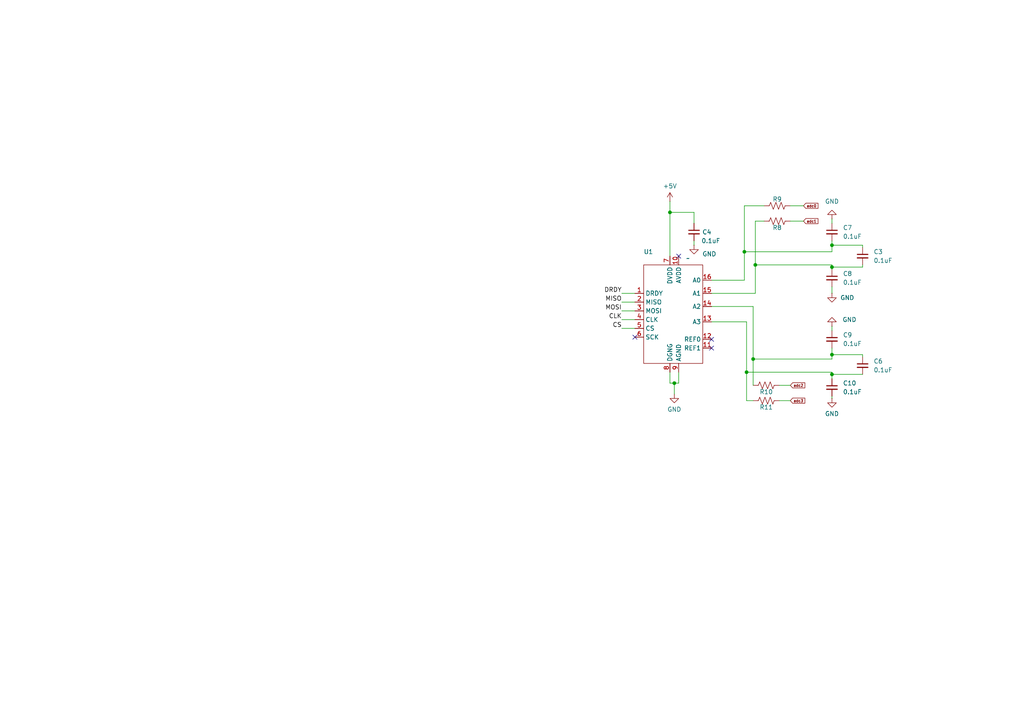
<source format=kicad_sch>
(kicad_sch
	(version 20250114)
	(generator "eeschema")
	(generator_version "9.0")
	(uuid "eece4700-2aac-44e3-8cf2-6cd95fdd8c66")
	(paper "A4")
	(lib_symbols
		(symbol "ADS1220_module_1"
			(exclude_from_sim no)
			(in_bom yes)
			(on_board yes)
			(property "Reference" "U"
				(at -6.985 19.05 0)
				(effects
					(font
						(size 1.27 1.27)
					)
				)
			)
			(property "Value" ""
				(at 0 0 0)
				(effects
					(font
						(size 1.27 1.27)
					)
				)
			)
			(property "Footprint" "JuanDavid_Library:ADS1220_MODULE"
				(at -0.635 -17.145 0)
				(effects
					(font
						(size 1.27 1.27)
					)
					(hide yes)
				)
			)
			(property "Datasheet" ""
				(at 0 0 0)
				(effects
					(font
						(size 1.27 1.27)
					)
					(hide yes)
				)
			)
			(property "Description" ""
				(at 0 0 0)
				(effects
					(font
						(size 1.27 1.27)
					)
					(hide yes)
				)
			)
			(symbol "ADS1220_module_1_0_1"
				(rectangle
					(start -8.255 17.145)
					(end 8.89 -11.43)
					(stroke
						(width 0)
						(type default)
					)
					(fill
						(type none)
					)
				)
			)
			(symbol "ADS1220_module_1_1_1"
				(pin input line
					(at -10.795 8.89 0)
					(length 2.54)
					(name "DRDY"
						(effects
							(font
								(size 1.27 1.27)
							)
						)
					)
					(number "1"
						(effects
							(font
								(size 1.27 1.27)
							)
						)
					)
				)
				(pin input line
					(at -10.795 6.35 0)
					(length 2.54)
					(name "MISO"
						(effects
							(font
								(size 1.27 1.27)
							)
						)
					)
					(number "2"
						(effects
							(font
								(size 1.27 1.27)
							)
						)
					)
				)
				(pin input line
					(at -10.795 3.81 0)
					(length 2.54)
					(name "MOSI"
						(effects
							(font
								(size 1.27 1.27)
							)
						)
					)
					(number "3"
						(effects
							(font
								(size 1.27 1.27)
							)
						)
					)
				)
				(pin input line
					(at -10.795 1.27 0)
					(length 2.54)
					(name "CLK"
						(effects
							(font
								(size 1.27 1.27)
							)
						)
					)
					(number "4"
						(effects
							(font
								(size 1.27 1.27)
							)
						)
					)
				)
				(pin input line
					(at -10.795 -1.27 0)
					(length 2.54)
					(name "CS"
						(effects
							(font
								(size 1.27 1.27)
							)
						)
					)
					(number "5"
						(effects
							(font
								(size 1.27 1.27)
							)
						)
					)
				)
				(pin input line
					(at -10.795 -3.81 0)
					(length 2.54)
					(name "SCK"
						(effects
							(font
								(size 1.27 1.27)
							)
						)
					)
					(number "6"
						(effects
							(font
								(size 1.27 1.27)
							)
						)
					)
				)
				(pin input line
					(at -0.635 19.685 270)
					(length 2.54)
					(name "DVDD"
						(effects
							(font
								(size 1.27 1.27)
							)
						)
					)
					(number "7"
						(effects
							(font
								(size 1.27 1.27)
							)
						)
					)
				)
				(pin input line
					(at -0.635 -13.97 90)
					(length 2.54)
					(name "DGNG"
						(effects
							(font
								(size 1.27 1.27)
							)
						)
					)
					(number "8"
						(effects
							(font
								(size 1.27 1.27)
							)
						)
					)
				)
				(pin input line
					(at 1.905 19.685 270)
					(length 2.54)
					(name "AVDD"
						(effects
							(font
								(size 1.27 1.27)
							)
						)
					)
					(number "10"
						(effects
							(font
								(size 1.27 1.27)
							)
						)
					)
				)
				(pin input line
					(at 1.905 -13.97 90)
					(length 2.54)
					(name "AGND"
						(effects
							(font
								(size 1.27 1.27)
							)
						)
					)
					(number "9"
						(effects
							(font
								(size 1.27 1.27)
							)
						)
					)
				)
				(pin input line
					(at 11.43 12.7 180)
					(length 2.54)
					(name "A0"
						(effects
							(font
								(size 1.27 1.27)
							)
						)
					)
					(number "16"
						(effects
							(font
								(size 1.27 1.27)
							)
						)
					)
				)
				(pin input line
					(at 11.43 8.89 180)
					(length 2.54)
					(name "A1"
						(effects
							(font
								(size 1.27 1.27)
							)
						)
					)
					(number "15"
						(effects
							(font
								(size 1.27 1.27)
							)
						)
					)
				)
				(pin input line
					(at 11.43 5.08 180)
					(length 2.54)
					(name "A2"
						(effects
							(font
								(size 1.27 1.27)
							)
						)
					)
					(number "14"
						(effects
							(font
								(size 1.27 1.27)
							)
						)
					)
				)
				(pin input line
					(at 11.43 0.635 180)
					(length 2.54)
					(name "A3"
						(effects
							(font
								(size 1.27 1.27)
							)
						)
					)
					(number "13"
						(effects
							(font
								(size 1.27 1.27)
							)
						)
					)
				)
				(pin input line
					(at 11.43 -4.445 180)
					(length 2.54)
					(name "REF0"
						(effects
							(font
								(size 1.27 1.27)
							)
						)
					)
					(number "12"
						(effects
							(font
								(size 1.27 1.27)
							)
						)
					)
				)
				(pin input line
					(at 11.43 -6.985 180)
					(length 2.54)
					(name "REF1"
						(effects
							(font
								(size 1.27 1.27)
							)
						)
					)
					(number "11"
						(effects
							(font
								(size 1.27 1.27)
							)
						)
					)
				)
			)
			(embedded_fonts no)
		)
		(symbol "Device:C_Small"
			(pin_numbers
				(hide yes)
			)
			(pin_names
				(offset 0.254)
				(hide yes)
			)
			(exclude_from_sim no)
			(in_bom yes)
			(on_board yes)
			(property "Reference" "C"
				(at 0.254 1.778 0)
				(effects
					(font
						(size 1.27 1.27)
					)
					(justify left)
				)
			)
			(property "Value" "C_Small"
				(at 0.254 -2.032 0)
				(effects
					(font
						(size 1.27 1.27)
					)
					(justify left)
				)
			)
			(property "Footprint" ""
				(at 0 0 0)
				(effects
					(font
						(size 1.27 1.27)
					)
					(hide yes)
				)
			)
			(property "Datasheet" "~"
				(at 0 0 0)
				(effects
					(font
						(size 1.27 1.27)
					)
					(hide yes)
				)
			)
			(property "Description" "Unpolarized capacitor, small symbol"
				(at 0 0 0)
				(effects
					(font
						(size 1.27 1.27)
					)
					(hide yes)
				)
			)
			(property "ki_keywords" "capacitor cap"
				(at 0 0 0)
				(effects
					(font
						(size 1.27 1.27)
					)
					(hide yes)
				)
			)
			(property "ki_fp_filters" "C_*"
				(at 0 0 0)
				(effects
					(font
						(size 1.27 1.27)
					)
					(hide yes)
				)
			)
			(symbol "C_Small_0_1"
				(polyline
					(pts
						(xy -1.524 0.508) (xy 1.524 0.508)
					)
					(stroke
						(width 0.3048)
						(type default)
					)
					(fill
						(type none)
					)
				)
				(polyline
					(pts
						(xy -1.524 -0.508) (xy 1.524 -0.508)
					)
					(stroke
						(width 0.3302)
						(type default)
					)
					(fill
						(type none)
					)
				)
			)
			(symbol "C_Small_1_1"
				(pin passive line
					(at 0 2.54 270)
					(length 2.032)
					(name "~"
						(effects
							(font
								(size 1.27 1.27)
							)
						)
					)
					(number "1"
						(effects
							(font
								(size 1.27 1.27)
							)
						)
					)
				)
				(pin passive line
					(at 0 -2.54 90)
					(length 2.032)
					(name "~"
						(effects
							(font
								(size 1.27 1.27)
							)
						)
					)
					(number "2"
						(effects
							(font
								(size 1.27 1.27)
							)
						)
					)
				)
			)
			(embedded_fonts no)
		)
		(symbol "Device:R_US"
			(pin_numbers
				(hide yes)
			)
			(pin_names
				(offset 0)
			)
			(exclude_from_sim no)
			(in_bom yes)
			(on_board yes)
			(property "Reference" "R"
				(at 2.54 0 90)
				(effects
					(font
						(size 1.27 1.27)
					)
				)
			)
			(property "Value" "R_US"
				(at -2.54 0 90)
				(effects
					(font
						(size 1.27 1.27)
					)
				)
			)
			(property "Footprint" ""
				(at 1.016 -0.254 90)
				(effects
					(font
						(size 1.27 1.27)
					)
					(hide yes)
				)
			)
			(property "Datasheet" "~"
				(at 0 0 0)
				(effects
					(font
						(size 1.27 1.27)
					)
					(hide yes)
				)
			)
			(property "Description" "Resistor, US symbol"
				(at 0 0 0)
				(effects
					(font
						(size 1.27 1.27)
					)
					(hide yes)
				)
			)
			(property "ki_keywords" "R res resistor"
				(at 0 0 0)
				(effects
					(font
						(size 1.27 1.27)
					)
					(hide yes)
				)
			)
			(property "ki_fp_filters" "R_*"
				(at 0 0 0)
				(effects
					(font
						(size 1.27 1.27)
					)
					(hide yes)
				)
			)
			(symbol "R_US_0_1"
				(polyline
					(pts
						(xy 0 2.286) (xy 0 2.54)
					)
					(stroke
						(width 0)
						(type default)
					)
					(fill
						(type none)
					)
				)
				(polyline
					(pts
						(xy 0 2.286) (xy 1.016 1.905) (xy 0 1.524) (xy -1.016 1.143) (xy 0 0.762)
					)
					(stroke
						(width 0)
						(type default)
					)
					(fill
						(type none)
					)
				)
				(polyline
					(pts
						(xy 0 0.762) (xy 1.016 0.381) (xy 0 0) (xy -1.016 -0.381) (xy 0 -0.762)
					)
					(stroke
						(width 0)
						(type default)
					)
					(fill
						(type none)
					)
				)
				(polyline
					(pts
						(xy 0 -0.762) (xy 1.016 -1.143) (xy 0 -1.524) (xy -1.016 -1.905) (xy 0 -2.286)
					)
					(stroke
						(width 0)
						(type default)
					)
					(fill
						(type none)
					)
				)
				(polyline
					(pts
						(xy 0 -2.286) (xy 0 -2.54)
					)
					(stroke
						(width 0)
						(type default)
					)
					(fill
						(type none)
					)
				)
			)
			(symbol "R_US_1_1"
				(pin passive line
					(at 0 3.81 270)
					(length 1.27)
					(name "~"
						(effects
							(font
								(size 1.27 1.27)
							)
						)
					)
					(number "1"
						(effects
							(font
								(size 1.27 1.27)
							)
						)
					)
				)
				(pin passive line
					(at 0 -3.81 90)
					(length 1.27)
					(name "~"
						(effects
							(font
								(size 1.27 1.27)
							)
						)
					)
					(number "2"
						(effects
							(font
								(size 1.27 1.27)
							)
						)
					)
				)
			)
			(embedded_fonts no)
		)
		(symbol "power:+5V"
			(power)
			(pin_numbers
				(hide yes)
			)
			(pin_names
				(offset 0)
				(hide yes)
			)
			(exclude_from_sim no)
			(in_bom yes)
			(on_board yes)
			(property "Reference" "#PWR"
				(at 0 -3.81 0)
				(effects
					(font
						(size 1.27 1.27)
					)
					(hide yes)
				)
			)
			(property "Value" "+5V"
				(at 0 3.556 0)
				(effects
					(font
						(size 1.27 1.27)
					)
				)
			)
			(property "Footprint" ""
				(at 0 0 0)
				(effects
					(font
						(size 1.27 1.27)
					)
					(hide yes)
				)
			)
			(property "Datasheet" ""
				(at 0 0 0)
				(effects
					(font
						(size 1.27 1.27)
					)
					(hide yes)
				)
			)
			(property "Description" "Power symbol creates a global label with name \"+5V\""
				(at 0 0 0)
				(effects
					(font
						(size 1.27 1.27)
					)
					(hide yes)
				)
			)
			(property "ki_keywords" "global power"
				(at 0 0 0)
				(effects
					(font
						(size 1.27 1.27)
					)
					(hide yes)
				)
			)
			(symbol "+5V_0_1"
				(polyline
					(pts
						(xy -0.762 1.27) (xy 0 2.54)
					)
					(stroke
						(width 0)
						(type default)
					)
					(fill
						(type none)
					)
				)
				(polyline
					(pts
						(xy 0 2.54) (xy 0.762 1.27)
					)
					(stroke
						(width 0)
						(type default)
					)
					(fill
						(type none)
					)
				)
				(polyline
					(pts
						(xy 0 0) (xy 0 2.54)
					)
					(stroke
						(width 0)
						(type default)
					)
					(fill
						(type none)
					)
				)
			)
			(symbol "+5V_1_1"
				(pin power_in line
					(at 0 0 90)
					(length 0)
					(name "~"
						(effects
							(font
								(size 1.27 1.27)
							)
						)
					)
					(number "1"
						(effects
							(font
								(size 1.27 1.27)
							)
						)
					)
				)
			)
			(embedded_fonts no)
		)
		(symbol "power:GND"
			(power)
			(pin_numbers
				(hide yes)
			)
			(pin_names
				(offset 0)
				(hide yes)
			)
			(exclude_from_sim no)
			(in_bom yes)
			(on_board yes)
			(property "Reference" "#PWR"
				(at 0 -6.35 0)
				(effects
					(font
						(size 1.27 1.27)
					)
					(hide yes)
				)
			)
			(property "Value" "GND"
				(at 0 -3.81 0)
				(effects
					(font
						(size 1.27 1.27)
					)
				)
			)
			(property "Footprint" ""
				(at 0 0 0)
				(effects
					(font
						(size 1.27 1.27)
					)
					(hide yes)
				)
			)
			(property "Datasheet" ""
				(at 0 0 0)
				(effects
					(font
						(size 1.27 1.27)
					)
					(hide yes)
				)
			)
			(property "Description" "Power symbol creates a global label with name \"GND\" , ground"
				(at 0 0 0)
				(effects
					(font
						(size 1.27 1.27)
					)
					(hide yes)
				)
			)
			(property "ki_keywords" "global power"
				(at 0 0 0)
				(effects
					(font
						(size 1.27 1.27)
					)
					(hide yes)
				)
			)
			(symbol "GND_0_1"
				(polyline
					(pts
						(xy 0 0) (xy 0 -1.27) (xy 1.27 -1.27) (xy 0 -2.54) (xy -1.27 -1.27) (xy 0 -1.27)
					)
					(stroke
						(width 0)
						(type default)
					)
					(fill
						(type none)
					)
				)
			)
			(symbol "GND_1_1"
				(pin power_in line
					(at 0 0 270)
					(length 0)
					(name "~"
						(effects
							(font
								(size 1.27 1.27)
							)
						)
					)
					(number "1"
						(effects
							(font
								(size 1.27 1.27)
							)
						)
					)
				)
			)
			(embedded_fonts no)
		)
	)
	(junction
		(at 219.075 76.835)
		(diameter 0)
		(color 0 0 0 0)
		(uuid "2cf66b97-94e5-431c-92f5-36ec39d0bc92")
	)
	(junction
		(at 241.3 102.87)
		(diameter 0)
		(color 0 0 0 0)
		(uuid "61b9ddd3-b625-4ac5-9c22-834cfe9cbe5d")
	)
	(junction
		(at 194.31 61.595)
		(diameter 0)
		(color 0 0 0 0)
		(uuid "75c5d761-216b-4a2a-aeaf-f3c40c794df5")
	)
	(junction
		(at 241.3 108.585)
		(diameter 0)
		(color 0 0 0 0)
		(uuid "8db5dab7-1365-4f9e-b6c9-0464f79b950a")
	)
	(junction
		(at 241.3 77.47)
		(diameter 0)
		(color 0 0 0 0)
		(uuid "a69ec5e6-4b80-41e9-b291-a35522432099")
	)
	(junction
		(at 195.58 111.125)
		(diameter 0)
		(color 0 0 0 0)
		(uuid "a6beac2b-4677-4046-b387-d07e1a388107")
	)
	(junction
		(at 218.44 104.14)
		(diameter 0)
		(color 0 0 0 0)
		(uuid "cc16b827-f3f9-4861-ae81-7ded6b437c9e")
	)
	(junction
		(at 216.535 107.95)
		(diameter 0)
		(color 0 0 0 0)
		(uuid "ec2dd60a-e0b3-4e3c-827d-fdefad14db71")
	)
	(junction
		(at 241.3 71.12)
		(diameter 0)
		(color 0 0 0 0)
		(uuid "ee39c55f-e256-424a-8115-12b05c62efae")
	)
	(junction
		(at 215.9 73.025)
		(diameter 0)
		(color 0 0 0 0)
		(uuid "fdeabce2-85ca-4cbf-97a6-77906d598846")
	)
	(no_connect
		(at 206.375 98.425)
		(uuid "ae505a84-ac27-4e31-a546-69ff6ab5b54d")
	)
	(no_connect
		(at 196.85 74.295)
		(uuid "bbccedab-6475-494e-ae53-3b72ff4fbd38")
	)
	(no_connect
		(at 184.15 97.79)
		(uuid "bf36a800-8f53-407b-a885-babe33ef49d9")
	)
	(no_connect
		(at 206.375 100.965)
		(uuid "f329a991-1781-4fd4-ae34-f991bc6d6839")
	)
	(wire
		(pts
			(xy 215.9 81.28) (xy 215.9 73.025)
		)
		(stroke
			(width 0)
			(type default)
		)
		(uuid "015aa5ff-00a5-4ee0-a9f3-3b2cb3321c0d")
	)
	(wire
		(pts
			(xy 241.3 64.77) (xy 241.3 63.5)
		)
		(stroke
			(width 0)
			(type default)
		)
		(uuid "0319fa10-b1fb-4e6d-9e30-8e757536c36c")
	)
	(wire
		(pts
			(xy 219.075 76.835) (xy 241.3 76.835)
		)
		(stroke
			(width 0)
			(type default)
		)
		(uuid "046ef89a-3dd8-40e4-9b8e-d09ff0aa5e45")
	)
	(wire
		(pts
			(xy 241.3 71.12) (xy 241.3 69.85)
		)
		(stroke
			(width 0)
			(type default)
		)
		(uuid "10ba3a30-8375-4b63-b782-430c17cdaaa2")
	)
	(wire
		(pts
			(xy 194.31 58.42) (xy 194.31 61.595)
		)
		(stroke
			(width 0)
			(type default)
		)
		(uuid "1294601c-8eb9-49f6-bf2e-342a01422e74")
	)
	(wire
		(pts
			(xy 250.19 77.47) (xy 250.19 76.835)
		)
		(stroke
			(width 0)
			(type default)
		)
		(uuid "16aaf5ea-e6d7-44b9-a40b-bc0333a152b1")
	)
	(wire
		(pts
			(xy 241.3 115.57) (xy 241.3 114.935)
		)
		(stroke
			(width 0)
			(type default)
		)
		(uuid "1958ccb2-5e72-48f2-96f8-1ee7f0e9e99b")
	)
	(wire
		(pts
			(xy 195.58 111.125) (xy 195.58 114.3)
		)
		(stroke
			(width 0)
			(type default)
		)
		(uuid "221e41d7-a155-4e8c-b2f4-020e3687997c")
	)
	(wire
		(pts
			(xy 196.85 111.125) (xy 195.58 111.125)
		)
		(stroke
			(width 0)
			(type default)
		)
		(uuid "2da7ddaf-6b1e-4ff1-bbe2-8aa589513708")
	)
	(wire
		(pts
			(xy 206.375 81.28) (xy 215.9 81.28)
		)
		(stroke
			(width 0)
			(type default)
		)
		(uuid "30c3c278-3f22-47af-86d0-239beb5d8e6e")
	)
	(wire
		(pts
			(xy 194.31 61.595) (xy 194.31 74.295)
		)
		(stroke
			(width 0)
			(type default)
		)
		(uuid "3292b1ef-eba2-440a-8053-1a9e94836aa7")
	)
	(wire
		(pts
			(xy 219.075 76.835) (xy 219.075 64.135)
		)
		(stroke
			(width 0)
			(type default)
		)
		(uuid "3512228a-9848-4265-9ac1-f53a894fdef3")
	)
	(wire
		(pts
			(xy 216.535 116.205) (xy 218.44 116.205)
		)
		(stroke
			(width 0)
			(type default)
		)
		(uuid "36736fe7-0a08-4e93-956f-0ff5fb42525b")
	)
	(wire
		(pts
			(xy 226.06 111.76) (xy 229.235 111.76)
		)
		(stroke
			(width 0)
			(type default)
		)
		(uuid "3738b43b-9dc7-455d-8a44-edebd8514527")
	)
	(wire
		(pts
			(xy 219.075 64.135) (xy 221.615 64.135)
		)
		(stroke
			(width 0)
			(type default)
		)
		(uuid "387d83e2-0500-4ee4-803f-45238c716863")
	)
	(wire
		(pts
			(xy 201.295 61.595) (xy 201.295 64.77)
		)
		(stroke
			(width 0)
			(type default)
		)
		(uuid "3ab5bce7-2805-4eb3-bb57-7eccb0d86be6")
	)
	(wire
		(pts
			(xy 250.19 71.755) (xy 250.19 71.12)
		)
		(stroke
			(width 0)
			(type default)
		)
		(uuid "3c01b930-dbde-4f69-ace7-97a1c25f7de5")
	)
	(wire
		(pts
			(xy 250.19 71.12) (xy 241.3 71.12)
		)
		(stroke
			(width 0)
			(type default)
		)
		(uuid "3d3fab83-998b-44d3-aeaf-df1878dc8144")
	)
	(wire
		(pts
			(xy 180.34 85.09) (xy 184.15 85.09)
		)
		(stroke
			(width 0)
			(type default)
		)
		(uuid "3d4c56ec-b3ad-459e-a9b0-8010fd235d69")
	)
	(wire
		(pts
			(xy 206.375 85.09) (xy 219.075 85.09)
		)
		(stroke
			(width 0)
			(type default)
		)
		(uuid "3f801fbe-ccfe-44e7-8eb7-ec2ec3548fa7")
	)
	(wire
		(pts
			(xy 219.075 85.09) (xy 219.075 76.835)
		)
		(stroke
			(width 0)
			(type default)
		)
		(uuid "45b15934-f6aa-4d0b-a4d2-567a6e44e3b4")
	)
	(wire
		(pts
			(xy 196.85 107.95) (xy 196.85 111.125)
		)
		(stroke
			(width 0)
			(type default)
		)
		(uuid "47ac63df-b953-47dd-ae11-85f5c3f8449b")
	)
	(wire
		(pts
			(xy 241.3 76.835) (xy 241.3 77.47)
		)
		(stroke
			(width 0)
			(type default)
		)
		(uuid "4e0e1f12-faae-443f-8227-2e37ae036b2f")
	)
	(wire
		(pts
			(xy 241.3 102.87) (xy 241.3 100.965)
		)
		(stroke
			(width 0)
			(type default)
		)
		(uuid "4faced3c-602b-482d-91ee-740098387115")
	)
	(wire
		(pts
			(xy 241.3 77.47) (xy 241.3 78.105)
		)
		(stroke
			(width 0)
			(type default)
		)
		(uuid "5580b436-f1fc-4762-9266-35b0bac99dfe")
	)
	(wire
		(pts
			(xy 216.535 107.95) (xy 216.535 116.205)
		)
		(stroke
			(width 0)
			(type default)
		)
		(uuid "58cf906e-7134-49e1-977a-4b41c28d7ff1")
	)
	(wire
		(pts
			(xy 180.34 90.17) (xy 184.15 90.17)
		)
		(stroke
			(width 0)
			(type default)
		)
		(uuid "5934ddb1-2d7b-48e1-99fe-5413ad4e22c4")
	)
	(wire
		(pts
			(xy 218.44 88.9) (xy 218.44 104.14)
		)
		(stroke
			(width 0)
			(type default)
		)
		(uuid "59bf75b6-7595-4f76-a19d-03137b36fd42")
	)
	(wire
		(pts
			(xy 241.3 108.585) (xy 241.3 109.855)
		)
		(stroke
			(width 0)
			(type default)
		)
		(uuid "60f3abd5-3351-40f2-accd-a8ec9f7cb917")
	)
	(wire
		(pts
			(xy 201.295 71.12) (xy 201.295 69.85)
		)
		(stroke
			(width 0)
			(type default)
		)
		(uuid "63ded6ef-5e40-4688-83de-d5b49c131fd7")
	)
	(wire
		(pts
			(xy 206.375 88.9) (xy 218.44 88.9)
		)
		(stroke
			(width 0)
			(type default)
		)
		(uuid "6aef4df0-35c9-446e-8920-615f6b6663a5")
	)
	(wire
		(pts
			(xy 180.34 95.25) (xy 184.15 95.25)
		)
		(stroke
			(width 0)
			(type default)
		)
		(uuid "6c544083-1770-4966-b4b1-c09e74dbbcd0")
	)
	(wire
		(pts
			(xy 241.3 108.585) (xy 250.19 108.585)
		)
		(stroke
			(width 0)
			(type default)
		)
		(uuid "72dd105f-f1a8-491d-9832-f0eab3361e4f")
	)
	(wire
		(pts
			(xy 218.44 104.14) (xy 241.3 104.14)
		)
		(stroke
			(width 0)
			(type default)
		)
		(uuid "755ef587-b4d5-43a1-b424-af23a4c96ad8")
	)
	(wire
		(pts
			(xy 241.3 73.025) (xy 241.3 71.12)
		)
		(stroke
			(width 0)
			(type default)
		)
		(uuid "77fbce5e-bfa9-4b20-a0e5-a2287830d4cc")
	)
	(wire
		(pts
			(xy 216.535 107.95) (xy 241.3 107.95)
		)
		(stroke
			(width 0)
			(type default)
		)
		(uuid "7d062f2a-aa74-4845-9721-66ca57f2550f")
	)
	(wire
		(pts
			(xy 206.375 93.345) (xy 216.535 93.345)
		)
		(stroke
			(width 0)
			(type default)
		)
		(uuid "7db4c26e-9215-4d09-8673-932d3fdb4a30")
	)
	(wire
		(pts
			(xy 215.9 59.69) (xy 221.615 59.69)
		)
		(stroke
			(width 0)
			(type default)
		)
		(uuid "8fcd82cb-67b4-4e81-991b-f2f3cb5f24d3")
	)
	(wire
		(pts
			(xy 218.44 104.14) (xy 218.44 111.76)
		)
		(stroke
			(width 0)
			(type default)
		)
		(uuid "918935f2-142b-42b5-ae18-d3ff778942a5")
	)
	(wire
		(pts
			(xy 241.3 77.47) (xy 250.19 77.47)
		)
		(stroke
			(width 0)
			(type default)
		)
		(uuid "9cda4a71-02bc-4b42-9d78-a72d14afdaec")
	)
	(wire
		(pts
			(xy 215.9 73.025) (xy 215.9 59.69)
		)
		(stroke
			(width 0)
			(type default)
		)
		(uuid "9d8faf81-f02d-4ede-901f-a400c549ace1")
	)
	(wire
		(pts
			(xy 241.3 102.87) (xy 250.19 102.87)
		)
		(stroke
			(width 0)
			(type default)
		)
		(uuid "a638cca9-969c-4525-865a-c955a584a4df")
	)
	(wire
		(pts
			(xy 241.3 83.185) (xy 241.3 85.09)
		)
		(stroke
			(width 0)
			(type default)
		)
		(uuid "a726952b-15e2-42ed-b64e-5223cff51488")
	)
	(wire
		(pts
			(xy 241.3 107.95) (xy 241.3 108.585)
		)
		(stroke
			(width 0)
			(type default)
		)
		(uuid "aa430a12-a61a-4be6-85c7-ad9d183b377c")
	)
	(wire
		(pts
			(xy 194.31 107.95) (xy 194.31 111.125)
		)
		(stroke
			(width 0)
			(type default)
		)
		(uuid "ac20b138-1e60-4f41-a7f9-48a25586f387")
	)
	(wire
		(pts
			(xy 226.06 116.205) (xy 229.235 116.205)
		)
		(stroke
			(width 0)
			(type default)
		)
		(uuid "afce716e-fbba-4f8c-a9b3-decfd249e954")
	)
	(wire
		(pts
			(xy 180.34 92.71) (xy 184.15 92.71)
		)
		(stroke
			(width 0)
			(type default)
		)
		(uuid "c169f319-8638-40df-b549-3ebd66e0df16")
	)
	(wire
		(pts
			(xy 229.235 59.69) (xy 233.045 59.69)
		)
		(stroke
			(width 0)
			(type default)
		)
		(uuid "c7bbaf9c-8906-4765-a809-3c8b0f1c5b7d")
	)
	(wire
		(pts
			(xy 194.31 111.125) (xy 195.58 111.125)
		)
		(stroke
			(width 0)
			(type default)
		)
		(uuid "d3224542-2223-475d-8a4d-f3485f7aee19")
	)
	(wire
		(pts
			(xy 180.34 87.63) (xy 184.15 87.63)
		)
		(stroke
			(width 0)
			(type default)
		)
		(uuid "d65c0bf1-eacd-460a-a82f-f43a42f77407")
	)
	(wire
		(pts
			(xy 250.19 103.505) (xy 250.19 102.87)
		)
		(stroke
			(width 0)
			(type default)
		)
		(uuid "dc3b9547-f0db-40be-9432-531629d4a6ef")
	)
	(wire
		(pts
			(xy 216.535 93.345) (xy 216.535 107.95)
		)
		(stroke
			(width 0)
			(type default)
		)
		(uuid "de3d555b-315e-42c0-a23d-14310d2fb626")
	)
	(wire
		(pts
			(xy 241.3 104.14) (xy 241.3 102.87)
		)
		(stroke
			(width 0)
			(type default)
		)
		(uuid "dfe2a7bd-6f28-4fb8-8cfa-ff0b3aaa9edf")
	)
	(wire
		(pts
			(xy 201.295 61.595) (xy 194.31 61.595)
		)
		(stroke
			(width 0)
			(type default)
		)
		(uuid "e4d40d50-6c93-48b4-b091-29060ec71fb8")
	)
	(wire
		(pts
			(xy 229.235 64.135) (xy 233.045 64.135)
		)
		(stroke
			(width 0)
			(type default)
		)
		(uuid "f5833a35-fb7a-41ce-9ad6-4ccc9a7d60a7")
	)
	(wire
		(pts
			(xy 241.3 94.615) (xy 241.3 95.885)
		)
		(stroke
			(width 0)
			(type default)
		)
		(uuid "f7958f6b-a1d4-4214-a496-5f6d746487bf")
	)
	(wire
		(pts
			(xy 215.9 73.025) (xy 241.3 73.025)
		)
		(stroke
			(width 0)
			(type default)
		)
		(uuid "f99ff0f0-a5cd-410b-bcc8-c023557ceab4")
	)
	(label "CLK"
		(at 180.34 92.71 180)
		(effects
			(font
				(size 1.27 1.27)
			)
			(justify right bottom)
		)
		(uuid "20d07a8e-7437-4cc8-a5d9-d7e72e438201")
	)
	(label "CS"
		(at 180.34 95.25 180)
		(effects
			(font
				(size 1.27 1.27)
			)
			(justify right bottom)
		)
		(uuid "6a4aa094-c49a-4a7d-ae9f-64650772bd2f")
	)
	(label "DRDY"
		(at 180.34 85.09 180)
		(effects
			(font
				(size 1.27 1.27)
			)
			(justify right bottom)
		)
		(uuid "a843ac2d-64a0-4787-ad4f-04613222f1e7")
	)
	(label "MOSI"
		(at 180.34 90.17 180)
		(effects
			(font
				(size 1.27 1.27)
			)
			(justify right bottom)
		)
		(uuid "a8cac26c-9cb1-4edd-9c96-375291823335")
	)
	(label "MISO"
		(at 180.34 87.63 180)
		(effects
			(font
				(size 1.27 1.27)
			)
			(justify right bottom)
		)
		(uuid "d294fb2d-a3dd-4386-9459-3ccab2066dd8")
	)
	(global_label "adc3"
		(shape input)
		(at 229.235 116.205 0)
		(fields_autoplaced yes)
		(effects
			(font
				(size 0.762 0.762)
			)
			(justify left)
		)
		(uuid "36ede70f-2cfc-44a7-9eac-236d8e7db46e")
		(property "Intersheetrefs" "${INTERSHEET_REFS}"
			(at 233.784 116.205 0)
			(effects
				(font
					(size 1.27 1.27)
				)
				(justify left)
				(hide yes)
			)
		)
	)
	(global_label "adc1"
		(shape input)
		(at 233.045 64.135 0)
		(fields_autoplaced yes)
		(effects
			(font
				(size 0.762 0.762)
			)
			(justify left)
		)
		(uuid "5c1ea4cc-8cd9-4f23-8c59-b03f562a0e35")
		(property "Intersheetrefs" "${INTERSHEET_REFS}"
			(at 237.594 64.135 0)
			(effects
				(font
					(size 1.27 1.27)
				)
				(justify left)
				(hide yes)
			)
		)
	)
	(global_label "adc0"
		(shape input)
		(at 233.045 59.69 0)
		(fields_autoplaced yes)
		(effects
			(font
				(size 0.762 0.762)
			)
			(justify left)
		)
		(uuid "ce7d03ce-a2d3-4214-9997-27226e31e440")
		(property "Intersheetrefs" "${INTERSHEET_REFS}"
			(at 237.594 59.69 0)
			(effects
				(font
					(size 1.27 1.27)
				)
				(justify left)
				(hide yes)
			)
		)
	)
	(global_label "adc2"
		(shape input)
		(at 229.235 111.76 0)
		(fields_autoplaced yes)
		(effects
			(font
				(size 0.762 0.762)
			)
			(justify left)
		)
		(uuid "fd9a03a1-8b40-4fed-a6ab-34ac6b2007da")
		(property "Intersheetrefs" "${INTERSHEET_REFS}"
			(at 233.784 111.76 0)
			(effects
				(font
					(size 1.27 1.27)
				)
				(justify left)
				(hide yes)
			)
		)
	)
	(symbol
		(lib_id "Device:C_Small")
		(at 250.19 106.045 0)
		(unit 1)
		(exclude_from_sim no)
		(in_bom yes)
		(on_board yes)
		(dnp no)
		(fields_autoplaced yes)
		(uuid "28daa2d7-7e23-45b7-916b-736e28cddefd")
		(property "Reference" "C6"
			(at 253.365 104.7812 0)
			(effects
				(font
					(size 1.27 1.27)
				)
				(justify left)
			)
		)
		(property "Value" "0.1uF"
			(at 253.365 107.3212 0)
			(effects
				(font
					(size 1.27 1.27)
				)
				(justify left)
			)
		)
		(property "Footprint" "Capacitor_THT:C_Disc_D3.4mm_W2.1mm_P2.50mm"
			(at 250.19 106.045 0)
			(effects
				(font
					(size 1.27 1.27)
				)
				(hide yes)
			)
		)
		(property "Datasheet" "~"
			(at 250.19 106.045 0)
			(effects
				(font
					(size 1.27 1.27)
				)
				(hide yes)
			)
		)
		(property "Description" "Unpolarized capacitor, small symbol"
			(at 250.19 106.045 0)
			(effects
				(font
					(size 1.27 1.27)
				)
				(hide yes)
			)
		)
		(pin "1"
			(uuid "abb02a42-6f5a-4156-9444-70baf6ac05bd")
		)
		(pin "2"
			(uuid "41b69ad4-3615-4926-bb9c-399058f16504")
		)
		(instances
			(project "MedidorResistencia"
				(path "/ca07a0da-e3cf-4bec-95af-1987858b39ee"
					(reference "C6")
					(unit 1)
				)
			)
		)
	)
	(symbol
		(lib_id "Device:C_Small")
		(at 241.3 98.425 0)
		(unit 1)
		(exclude_from_sim no)
		(in_bom yes)
		(on_board yes)
		(dnp no)
		(fields_autoplaced yes)
		(uuid "31ce90ce-8968-4c8c-9fa3-2e205d00785e")
		(property "Reference" "C9"
			(at 244.475 97.1612 0)
			(effects
				(font
					(size 1.27 1.27)
				)
				(justify left)
			)
		)
		(property "Value" "0.1uF"
			(at 244.475 99.7012 0)
			(effects
				(font
					(size 1.27 1.27)
				)
				(justify left)
			)
		)
		(property "Footprint" "Capacitor_THT:C_Disc_D3.4mm_W2.1mm_P2.50mm"
			(at 241.3 98.425 0)
			(effects
				(font
					(size 1.27 1.27)
				)
				(hide yes)
			)
		)
		(property "Datasheet" "~"
			(at 241.3 98.425 0)
			(effects
				(font
					(size 1.27 1.27)
				)
				(hide yes)
			)
		)
		(property "Description" "Unpolarized capacitor, small symbol"
			(at 241.3 98.425 0)
			(effects
				(font
					(size 1.27 1.27)
				)
				(hide yes)
			)
		)
		(pin "1"
			(uuid "6bf701a9-454a-41b0-bbed-9f9066127576")
		)
		(pin "2"
			(uuid "95ee632b-0756-4770-9c18-a09c35819e8b")
		)
		(instances
			(project "MedidorResistencia"
				(path "/ca07a0da-e3cf-4bec-95af-1987858b39ee"
					(reference "C9")
					(unit 1)
				)
			)
		)
	)
	(symbol
		(lib_id "power:GND")
		(at 241.3 63.5 180)
		(unit 1)
		(exclude_from_sim no)
		(in_bom yes)
		(on_board yes)
		(dnp no)
		(fields_autoplaced yes)
		(uuid "3cb02404-e41e-4fbd-a3f5-b7d125a5454e")
		(property "Reference" "#PWR028"
			(at 241.3 57.15 0)
			(effects
				(font
					(size 1.27 1.27)
				)
				(hide yes)
			)
		)
		(property "Value" "GND"
			(at 241.3 58.42 0)
			(effects
				(font
					(size 1.27 1.27)
				)
			)
		)
		(property "Footprint" ""
			(at 241.3 63.5 0)
			(effects
				(font
					(size 1.27 1.27)
				)
				(hide yes)
			)
		)
		(property "Datasheet" ""
			(at 241.3 63.5 0)
			(effects
				(font
					(size 1.27 1.27)
				)
				(hide yes)
			)
		)
		(property "Description" "Power symbol creates a global label with name \"GND\" , ground"
			(at 241.3 63.5 0)
			(effects
				(font
					(size 1.27 1.27)
				)
				(hide yes)
			)
		)
		(pin "1"
			(uuid "168d544f-ff19-452f-84ce-0774f9528423")
		)
		(instances
			(project "MedidorResistencia"
				(path "/ca07a0da-e3cf-4bec-95af-1987858b39ee"
					(reference "#PWR028")
					(unit 1)
				)
			)
		)
	)
	(symbol
		(lib_id "Device:C_Small")
		(at 241.3 80.645 0)
		(unit 1)
		(exclude_from_sim no)
		(in_bom yes)
		(on_board yes)
		(dnp no)
		(fields_autoplaced yes)
		(uuid "5711a899-6ee0-4168-a83f-f39aed731093")
		(property "Reference" "C8"
			(at 244.475 79.3812 0)
			(effects
				(font
					(size 1.27 1.27)
				)
				(justify left)
			)
		)
		(property "Value" "0.1uF"
			(at 244.475 81.9212 0)
			(effects
				(font
					(size 1.27 1.27)
				)
				(justify left)
			)
		)
		(property "Footprint" "Capacitor_THT:C_Disc_D3.4mm_W2.1mm_P2.50mm"
			(at 241.3 80.645 0)
			(effects
				(font
					(size 1.27 1.27)
				)
				(hide yes)
			)
		)
		(property "Datasheet" "~"
			(at 241.3 80.645 0)
			(effects
				(font
					(size 1.27 1.27)
				)
				(hide yes)
			)
		)
		(property "Description" "Unpolarized capacitor, small symbol"
			(at 241.3 80.645 0)
			(effects
				(font
					(size 1.27 1.27)
				)
				(hide yes)
			)
		)
		(pin "1"
			(uuid "8fd5c553-89e3-4a18-b076-458862720764")
		)
		(pin "2"
			(uuid "8ccd1771-08d1-4a3b-a765-0974d404da09")
		)
		(instances
			(project "MedidorResistencia"
				(path "/ca07a0da-e3cf-4bec-95af-1987858b39ee"
					(reference "C8")
					(unit 1)
				)
			)
		)
	)
	(symbol
		(lib_id "Device:R_US")
		(at 225.425 59.69 90)
		(unit 1)
		(exclude_from_sim no)
		(in_bom yes)
		(on_board yes)
		(dnp no)
		(uuid "5e2632b5-3559-4d38-b4f7-3857eb819cb3")
		(property "Reference" "R9"
			(at 225.425 57.785 90)
			(effects
				(font
					(size 1.27 1.27)
				)
			)
		)
		(property "Value" "4"
			(at 226.06 57.785 90)
			(effects
				(font
					(size 1.27 1.27)
				)
				(hide yes)
			)
		)
		(property "Footprint" "Resistor_THT:R_Axial_DIN0207_L6.3mm_D2.5mm_P10.16mm_Horizontal"
			(at 225.679 58.674 90)
			(effects
				(font
					(size 1.27 1.27)
				)
				(hide yes)
			)
		)
		(property "Datasheet" "~"
			(at 225.425 59.69 0)
			(effects
				(font
					(size 1.27 1.27)
				)
				(hide yes)
			)
		)
		(property "Description" "Resistor, US symbol"
			(at 225.425 59.69 0)
			(effects
				(font
					(size 1.27 1.27)
				)
				(hide yes)
			)
		)
		(pin "1"
			(uuid "4e04ed5d-5c45-4fc1-af5a-4e892e7f2700")
		)
		(pin "2"
			(uuid "3c035708-7340-4da5-b5db-0302db225694")
		)
		(instances
			(project "MedidorResistencia"
				(path "/ca07a0da-e3cf-4bec-95af-1987858b39ee"
					(reference "R9")
					(unit 1)
				)
			)
		)
	)
	(symbol
		(lib_id "Device:R_US")
		(at 222.25 111.76 90)
		(unit 1)
		(exclude_from_sim no)
		(in_bom yes)
		(on_board yes)
		(dnp no)
		(uuid "6b213903-139e-4845-b74c-689e566cb8b7")
		(property "Reference" "R10"
			(at 222.25 113.665 90)
			(effects
				(font
					(size 1.27 1.27)
				)
			)
		)
		(property "Value" "4"
			(at 222.25 113.665 90)
			(effects
				(font
					(size 1.27 1.27)
				)
				(hide yes)
			)
		)
		(property "Footprint" "Resistor_THT:R_Axial_DIN0207_L6.3mm_D2.5mm_P10.16mm_Horizontal"
			(at 222.504 110.744 90)
			(effects
				(font
					(size 1.27 1.27)
				)
				(hide yes)
			)
		)
		(property "Datasheet" "~"
			(at 222.25 111.76 0)
			(effects
				(font
					(size 1.27 1.27)
				)
				(hide yes)
			)
		)
		(property "Description" "Resistor, US symbol"
			(at 222.25 111.76 0)
			(effects
				(font
					(size 1.27 1.27)
				)
				(hide yes)
			)
		)
		(pin "1"
			(uuid "05425c30-fe1e-4ab1-ba35-616fc01fc0ff")
		)
		(pin "2"
			(uuid "b77c13de-ab16-4b9b-a0cf-877488683236")
		)
		(instances
			(project "MedidorResistencia"
				(path "/ca07a0da-e3cf-4bec-95af-1987858b39ee"
					(reference "R10")
					(unit 1)
				)
			)
		)
	)
	(symbol
		(lib_id "power:GND")
		(at 195.58 114.3 0)
		(unit 1)
		(exclude_from_sim no)
		(in_bom yes)
		(on_board yes)
		(dnp no)
		(fields_autoplaced yes)
		(uuid "6d0c40b3-9edf-4d0c-8735-34a4d1e35d97")
		(property "Reference" "#PWR021"
			(at 195.58 120.65 0)
			(effects
				(font
					(size 1.27 1.27)
				)
				(hide yes)
			)
		)
		(property "Value" "GND"
			(at 195.58 118.745 0)
			(effects
				(font
					(size 1.27 1.27)
				)
			)
		)
		(property "Footprint" ""
			(at 195.58 114.3 0)
			(effects
				(font
					(size 1.27 1.27)
				)
				(hide yes)
			)
		)
		(property "Datasheet" ""
			(at 195.58 114.3 0)
			(effects
				(font
					(size 1.27 1.27)
				)
				(hide yes)
			)
		)
		(property "Description" "Power symbol creates a global label with name \"GND\" , ground"
			(at 195.58 114.3 0)
			(effects
				(font
					(size 1.27 1.27)
				)
				(hide yes)
			)
		)
		(pin "1"
			(uuid "e53c0051-bdbe-4650-9db8-f72a94c3c34e")
		)
		(instances
			(project "MedidorResistencia"
				(path "/ca07a0da-e3cf-4bec-95af-1987858b39ee"
					(reference "#PWR021")
					(unit 1)
				)
			)
		)
	)
	(symbol
		(lib_id "Device:C_Small")
		(at 201.295 67.31 0)
		(mirror y)
		(unit 1)
		(exclude_from_sim no)
		(in_bom yes)
		(on_board yes)
		(dnp no)
		(uuid "78bc6de8-0575-494c-b8ad-c3737addb539")
		(property "Reference" "C4"
			(at 206.375 67.31 0)
			(effects
				(font
					(size 1.27 1.27)
				)
				(justify left)
			)
		)
		(property "Value" "0.1uF"
			(at 208.915 69.85 0)
			(effects
				(font
					(size 1.27 1.27)
				)
				(justify left)
			)
		)
		(property "Footprint" "Capacitor_THT:C_Disc_D3.4mm_W2.1mm_P2.50mm"
			(at 201.295 67.31 0)
			(effects
				(font
					(size 1.27 1.27)
				)
				(hide yes)
			)
		)
		(property "Datasheet" "~"
			(at 201.295 67.31 0)
			(effects
				(font
					(size 1.27 1.27)
				)
				(hide yes)
			)
		)
		(property "Description" "Unpolarized capacitor, small symbol"
			(at 201.295 67.31 0)
			(effects
				(font
					(size 1.27 1.27)
				)
				(hide yes)
			)
		)
		(pin "1"
			(uuid "f91796c2-d765-4381-9191-4e21e2358576")
		)
		(pin "2"
			(uuid "f0aa61c2-38a1-40d9-9619-434dcf7cd7a2")
		)
		(instances
			(project "MedidorResistencia"
				(path "/ca07a0da-e3cf-4bec-95af-1987858b39ee"
					(reference "C4")
					(unit 1)
				)
			)
		)
	)
	(symbol
		(lib_name "ADS1220_module_1")
		(lib_id "JuanDavid_Library:ADS1220_module")
		(at 194.945 93.98 0)
		(unit 1)
		(exclude_from_sim no)
		(in_bom yes)
		(on_board yes)
		(dnp no)
		(uuid "8c090115-bca3-45b3-aa97-24d2e3867d71")
		(property "Reference" "U1"
			(at 186.69 73.025 0)
			(effects
				(font
					(size 1.27 1.27)
				)
				(justify left)
			)
		)
		(property "Value" "~"
			(at 198.9933 74.93 0)
			(effects
				(font
					(size 1.27 1.27)
				)
				(justify left)
			)
		)
		(property "Footprint" "JuanDavid_Library:ADS1220_MODULE"
			(at 194.31 111.125 0)
			(effects
				(font
					(size 1.27 1.27)
				)
				(hide yes)
			)
		)
		(property "Datasheet" ""
			(at 194.945 93.98 0)
			(effects
				(font
					(size 1.27 1.27)
				)
				(hide yes)
			)
		)
		(property "Description" ""
			(at 194.945 93.98 0)
			(effects
				(font
					(size 1.27 1.27)
				)
				(hide yes)
			)
		)
		(pin "4"
			(uuid "921eba25-eee9-4e29-8781-3542873ae4b9")
		)
		(pin "1"
			(uuid "4684379a-0239-405d-8245-6f49d6a2e577")
		)
		(pin "16"
			(uuid "50c42ba1-77eb-454d-8332-45cf8d70b2ad")
		)
		(pin "9"
			(uuid "502471c5-67a9-4ffa-a974-58e46d3ab3e3")
		)
		(pin "12"
			(uuid "e322467e-69e0-4819-b6e5-86e20f027efa")
		)
		(pin "10"
			(uuid "dd401f43-0610-491a-809d-fb469ebbdf96")
		)
		(pin "2"
			(uuid "d6117832-970c-406b-871b-3cdfbf83b5c2")
		)
		(pin "15"
			(uuid "a578d5e6-5805-4e42-8b25-f25dc2890de4")
		)
		(pin "13"
			(uuid "95f9cdd3-19b5-4989-8dfe-534ad7dafbc3")
		)
		(pin "7"
			(uuid "bf702c51-0d67-4596-b250-5eb79e397ffe")
		)
		(pin "14"
			(uuid "224d3b3d-0854-4dcb-938c-0c68c5084aab")
		)
		(pin "5"
			(uuid "483cad3b-e4c8-4323-a53d-94dcd77f8bc5")
		)
		(pin "3"
			(uuid "616ee6e6-b3f3-42dc-8896-7c37f579048b")
		)
		(pin "8"
			(uuid "05c96ee0-8187-4dcb-acdf-92bacd0dea13")
		)
		(pin "11"
			(uuid "f4242446-205f-4892-bd1b-fedb4f678686")
		)
		(pin "6"
			(uuid "2b596536-3bb2-42ee-b028-3255d9a1ef84")
		)
		(instances
			(project ""
				(path "/ca07a0da-e3cf-4bec-95af-1987858b39ee"
					(reference "U1")
					(unit 1)
				)
			)
		)
	)
	(symbol
		(lib_id "Device:C_Small")
		(at 250.19 74.295 0)
		(unit 1)
		(exclude_from_sim no)
		(in_bom yes)
		(on_board yes)
		(dnp no)
		(fields_autoplaced yes)
		(uuid "996e4904-3a63-49f6-bc47-c913344de804")
		(property "Reference" "C3"
			(at 253.365 73.0312 0)
			(effects
				(font
					(size 1.27 1.27)
				)
				(justify left)
			)
		)
		(property "Value" "0.1uF"
			(at 253.365 75.5712 0)
			(effects
				(font
					(size 1.27 1.27)
				)
				(justify left)
			)
		)
		(property "Footprint" "Capacitor_THT:C_Disc_D3.4mm_W2.1mm_P2.50mm"
			(at 250.19 74.295 0)
			(effects
				(font
					(size 1.27 1.27)
				)
				(hide yes)
			)
		)
		(property "Datasheet" "~"
			(at 250.19 74.295 0)
			(effects
				(font
					(size 1.27 1.27)
				)
				(hide yes)
			)
		)
		(property "Description" "Unpolarized capacitor, small symbol"
			(at 250.19 74.295 0)
			(effects
				(font
					(size 1.27 1.27)
				)
				(hide yes)
			)
		)
		(pin "1"
			(uuid "80239b99-f36c-4022-869c-c6de49a9cb51")
		)
		(pin "2"
			(uuid "d2c8cb10-146c-47f4-a0f3-72121a1cf912")
		)
		(instances
			(project "MedidorResistencia"
				(path "/ca07a0da-e3cf-4bec-95af-1987858b39ee"
					(reference "C3")
					(unit 1)
				)
			)
		)
	)
	(symbol
		(lib_id "power:GND")
		(at 241.3 85.09 0)
		(unit 1)
		(exclude_from_sim no)
		(in_bom yes)
		(on_board yes)
		(dnp no)
		(uuid "b1e6969e-c2f0-4aa1-836c-7a51cd815b0b")
		(property "Reference" "#PWR022"
			(at 241.3 91.44 0)
			(effects
				(font
					(size 1.27 1.27)
				)
				(hide yes)
			)
		)
		(property "Value" "GND"
			(at 246.38 92.71 0)
			(effects
				(font
					(size 1.27 1.27)
				)
			)
		)
		(property "Footprint" ""
			(at 241.3 85.09 0)
			(effects
				(font
					(size 1.27 1.27)
				)
				(hide yes)
			)
		)
		(property "Datasheet" ""
			(at 241.3 85.09 0)
			(effects
				(font
					(size 1.27 1.27)
				)
				(hide yes)
			)
		)
		(property "Description" "Power symbol creates a global label with name \"GND\" , ground"
			(at 241.3 85.09 0)
			(effects
				(font
					(size 1.27 1.27)
				)
				(hide yes)
			)
		)
		(pin "1"
			(uuid "ebf38d3f-1e47-4a36-af42-a6b594ef903f")
		)
		(instances
			(project "MedidorResistencia"
				(path "/ca07a0da-e3cf-4bec-95af-1987858b39ee"
					(reference "#PWR022")
					(unit 1)
				)
			)
		)
	)
	(symbol
		(lib_id "power:+5V")
		(at 194.31 58.42 0)
		(unit 1)
		(exclude_from_sim no)
		(in_bom yes)
		(on_board yes)
		(dnp no)
		(uuid "ba7d229f-ffa8-47fc-872c-1706d5bf8a45")
		(property "Reference" "#PWR012"
			(at 194.31 62.23 0)
			(effects
				(font
					(size 1.27 1.27)
				)
				(hide yes)
			)
		)
		(property "Value" "+5V"
			(at 194.31 53.975 0)
			(effects
				(font
					(size 1.27 1.27)
				)
			)
		)
		(property "Footprint" ""
			(at 194.31 58.42 0)
			(effects
				(font
					(size 1.27 1.27)
				)
				(hide yes)
			)
		)
		(property "Datasheet" ""
			(at 194.31 58.42 0)
			(effects
				(font
					(size 1.27 1.27)
				)
				(hide yes)
			)
		)
		(property "Description" "Power symbol creates a global label with name \"+5V\""
			(at 194.31 58.42 0)
			(effects
				(font
					(size 1.27 1.27)
				)
				(hide yes)
			)
		)
		(pin "1"
			(uuid "5befb12f-59a1-4517-931b-0fe3dd15d09f")
		)
		(instances
			(project "MedidorResistencia"
				(path "/ca07a0da-e3cf-4bec-95af-1987858b39ee"
					(reference "#PWR012")
					(unit 1)
				)
			)
		)
	)
	(symbol
		(lib_id "power:GND")
		(at 201.295 71.12 0)
		(unit 1)
		(exclude_from_sim no)
		(in_bom yes)
		(on_board yes)
		(dnp no)
		(uuid "c2a6c763-a8bf-42d4-bb68-9110ed4ac549")
		(property "Reference" "#PWR030"
			(at 201.295 77.47 0)
			(effects
				(font
					(size 1.27 1.27)
				)
				(hide yes)
			)
		)
		(property "Value" "GND"
			(at 205.74 73.66 0)
			(effects
				(font
					(size 1.27 1.27)
				)
			)
		)
		(property "Footprint" ""
			(at 201.295 71.12 0)
			(effects
				(font
					(size 1.27 1.27)
				)
				(hide yes)
			)
		)
		(property "Datasheet" ""
			(at 201.295 71.12 0)
			(effects
				(font
					(size 1.27 1.27)
				)
				(hide yes)
			)
		)
		(property "Description" "Power symbol creates a global label with name \"GND\" , ground"
			(at 201.295 71.12 0)
			(effects
				(font
					(size 1.27 1.27)
				)
				(hide yes)
			)
		)
		(pin "1"
			(uuid "c401ca24-8347-4452-bca6-57f1085a3184")
		)
		(instances
			(project "MedidorResistencia"
				(path "/ca07a0da-e3cf-4bec-95af-1987858b39ee"
					(reference "#PWR030")
					(unit 1)
				)
			)
		)
	)
	(symbol
		(lib_id "Device:R_US")
		(at 225.425 64.135 90)
		(unit 1)
		(exclude_from_sim no)
		(in_bom yes)
		(on_board yes)
		(dnp no)
		(uuid "ca15a7b1-709e-4b2b-925d-b2b0de15ffc1")
		(property "Reference" "R8"
			(at 225.425 66.04 90)
			(effects
				(font
					(size 1.27 1.27)
				)
			)
		)
		(property "Value" "4"
			(at 225.425 66.04 90)
			(effects
				(font
					(size 1.27 1.27)
				)
				(hide yes)
			)
		)
		(property "Footprint" "Resistor_THT:R_Axial_DIN0207_L6.3mm_D2.5mm_P10.16mm_Horizontal"
			(at 225.679 63.119 90)
			(effects
				(font
					(size 1.27 1.27)
				)
				(hide yes)
			)
		)
		(property "Datasheet" "~"
			(at 225.425 64.135 0)
			(effects
				(font
					(size 1.27 1.27)
				)
				(hide yes)
			)
		)
		(property "Description" "Resistor, US symbol"
			(at 225.425 64.135 0)
			(effects
				(font
					(size 1.27 1.27)
				)
				(hide yes)
			)
		)
		(pin "1"
			(uuid "5d6c1d6e-3d83-4990-a5b6-39867033e3df")
		)
		(pin "2"
			(uuid "7bb11378-d2b8-41cc-af0f-b591a9d95dbb")
		)
		(instances
			(project "MedidorResistencia"
				(path "/ca07a0da-e3cf-4bec-95af-1987858b39ee"
					(reference "R8")
					(unit 1)
				)
			)
		)
	)
	(symbol
		(lib_id "Device:C_Small")
		(at 241.3 67.31 0)
		(unit 1)
		(exclude_from_sim no)
		(in_bom yes)
		(on_board yes)
		(dnp no)
		(fields_autoplaced yes)
		(uuid "cabda309-211d-49ab-adb6-5397069d8303")
		(property "Reference" "C7"
			(at 244.475 66.0462 0)
			(effects
				(font
					(size 1.27 1.27)
				)
				(justify left)
			)
		)
		(property "Value" "0.1uF"
			(at 244.475 68.5862 0)
			(effects
				(font
					(size 1.27 1.27)
				)
				(justify left)
			)
		)
		(property "Footprint" "Capacitor_THT:C_Disc_D3.4mm_W2.1mm_P2.50mm"
			(at 241.3 67.31 0)
			(effects
				(font
					(size 1.27 1.27)
				)
				(hide yes)
			)
		)
		(property "Datasheet" "~"
			(at 241.3 67.31 0)
			(effects
				(font
					(size 1.27 1.27)
				)
				(hide yes)
			)
		)
		(property "Description" "Unpolarized capacitor, small symbol"
			(at 241.3 67.31 0)
			(effects
				(font
					(size 1.27 1.27)
				)
				(hide yes)
			)
		)
		(pin "1"
			(uuid "fd0421ac-78de-48d6-9c24-0c78beb9a399")
		)
		(pin "2"
			(uuid "fa68b92b-1a9b-423d-92ae-ae90d2860dd0")
		)
		(instances
			(project "MedidorResistencia"
				(path "/ca07a0da-e3cf-4bec-95af-1987858b39ee"
					(reference "C7")
					(unit 1)
				)
			)
		)
	)
	(symbol
		(lib_id "power:GND")
		(at 241.3 115.57 0)
		(unit 1)
		(exclude_from_sim no)
		(in_bom yes)
		(on_board yes)
		(dnp no)
		(fields_autoplaced yes)
		(uuid "caf0b8fb-8ee8-4cbb-a76d-9bb4180f79f9")
		(property "Reference" "#PWR032"
			(at 241.3 121.92 0)
			(effects
				(font
					(size 1.27 1.27)
				)
				(hide yes)
			)
		)
		(property "Value" "GND"
			(at 241.3 120.015 0)
			(effects
				(font
					(size 1.27 1.27)
				)
			)
		)
		(property "Footprint" ""
			(at 241.3 115.57 0)
			(effects
				(font
					(size 1.27 1.27)
				)
				(hide yes)
			)
		)
		(property "Datasheet" ""
			(at 241.3 115.57 0)
			(effects
				(font
					(size 1.27 1.27)
				)
				(hide yes)
			)
		)
		(property "Description" "Power symbol creates a global label with name \"GND\" , ground"
			(at 241.3 115.57 0)
			(effects
				(font
					(size 1.27 1.27)
				)
				(hide yes)
			)
		)
		(pin "1"
			(uuid "39775849-45ef-4777-8d26-5d2aff4fef52")
		)
		(instances
			(project "MedidorResistencia"
				(path "/ca07a0da-e3cf-4bec-95af-1987858b39ee"
					(reference "#PWR032")
					(unit 1)
				)
			)
		)
	)
	(symbol
		(lib_id "Device:C_Small")
		(at 241.3 112.395 0)
		(unit 1)
		(exclude_from_sim no)
		(in_bom yes)
		(on_board yes)
		(dnp no)
		(fields_autoplaced yes)
		(uuid "d9d1ddee-5993-40df-b57d-7579ec98b1a2")
		(property "Reference" "C10"
			(at 244.475 111.1312 0)
			(effects
				(font
					(size 1.27 1.27)
				)
				(justify left)
			)
		)
		(property "Value" "0.1uF"
			(at 244.475 113.6712 0)
			(effects
				(font
					(size 1.27 1.27)
				)
				(justify left)
			)
		)
		(property "Footprint" "Capacitor_THT:C_Disc_D3.4mm_W2.1mm_P2.50mm"
			(at 241.3 112.395 0)
			(effects
				(font
					(size 1.27 1.27)
				)
				(hide yes)
			)
		)
		(property "Datasheet" "~"
			(at 241.3 112.395 0)
			(effects
				(font
					(size 1.27 1.27)
				)
				(hide yes)
			)
		)
		(property "Description" "Unpolarized capacitor, small symbol"
			(at 241.3 112.395 0)
			(effects
				(font
					(size 1.27 1.27)
				)
				(hide yes)
			)
		)
		(pin "1"
			(uuid "92317ad6-662f-4d4d-bd34-fe462d9ff52c")
		)
		(pin "2"
			(uuid "1597457b-ce4e-43d1-a943-3f21cc381cb0")
		)
		(instances
			(project "MedidorResistencia"
				(path "/ca07a0da-e3cf-4bec-95af-1987858b39ee"
					(reference "C10")
					(unit 1)
				)
			)
		)
	)
	(symbol
		(lib_id "Device:R_US")
		(at 222.25 116.205 90)
		(unit 1)
		(exclude_from_sim no)
		(in_bom yes)
		(on_board yes)
		(dnp no)
		(uuid "e4f60536-bdbe-4d6f-a2ea-60a9ef3983a9")
		(property "Reference" "R11"
			(at 222.25 118.11 90)
			(effects
				(font
					(size 1.27 1.27)
				)
			)
		)
		(property "Value" "4"
			(at 222.25 118.11 90)
			(effects
				(font
					(size 1.27 1.27)
				)
				(hide yes)
			)
		)
		(property "Footprint" "Resistor_THT:R_Axial_DIN0207_L6.3mm_D2.5mm_P10.16mm_Horizontal"
			(at 222.504 115.189 90)
			(effects
				(font
					(size 1.27 1.27)
				)
				(hide yes)
			)
		)
		(property "Datasheet" "~"
			(at 222.25 116.205 0)
			(effects
				(font
					(size 1.27 1.27)
				)
				(hide yes)
			)
		)
		(property "Description" "Resistor, US symbol"
			(at 222.25 116.205 0)
			(effects
				(font
					(size 1.27 1.27)
				)
				(hide yes)
			)
		)
		(pin "1"
			(uuid "76fb7479-7e42-4d9f-b09b-7b2a1c533822")
		)
		(pin "2"
			(uuid "dca8579d-f190-4779-905f-4c088d024818")
		)
		(instances
			(project "MedidorResistencia"
				(path "/ca07a0da-e3cf-4bec-95af-1987858b39ee"
					(reference "R11")
					(unit 1)
				)
			)
		)
	)
	(symbol
		(lib_id "power:GND")
		(at 241.3 94.615 180)
		(unit 1)
		(exclude_from_sim no)
		(in_bom yes)
		(on_board yes)
		(dnp no)
		(uuid "e8087b8b-e9ea-4098-afad-c4df234fe57e")
		(property "Reference" "#PWR029"
			(at 241.3 88.265 0)
			(effects
				(font
					(size 1.27 1.27)
				)
				(hide yes)
			)
		)
		(property "Value" "GND"
			(at 245.745 86.36 0)
			(effects
				(font
					(size 1.27 1.27)
				)
			)
		)
		(property "Footprint" ""
			(at 241.3 94.615 0)
			(effects
				(font
					(size 1.27 1.27)
				)
				(hide yes)
			)
		)
		(property "Datasheet" ""
			(at 241.3 94.615 0)
			(effects
				(font
					(size 1.27 1.27)
				)
				(hide yes)
			)
		)
		(property "Description" "Power symbol creates a global label with name \"GND\" , ground"
			(at 241.3 94.615 0)
			(effects
				(font
					(size 1.27 1.27)
				)
				(hide yes)
			)
		)
		(pin "1"
			(uuid "a9821116-c388-4c2a-bdf0-5014548d5194")
		)
		(instances
			(project "MedidorResistencia"
				(path "/ca07a0da-e3cf-4bec-95af-1987858b39ee"
					(reference "#PWR029")
					(unit 1)
				)
			)
		)
	)
)

</source>
